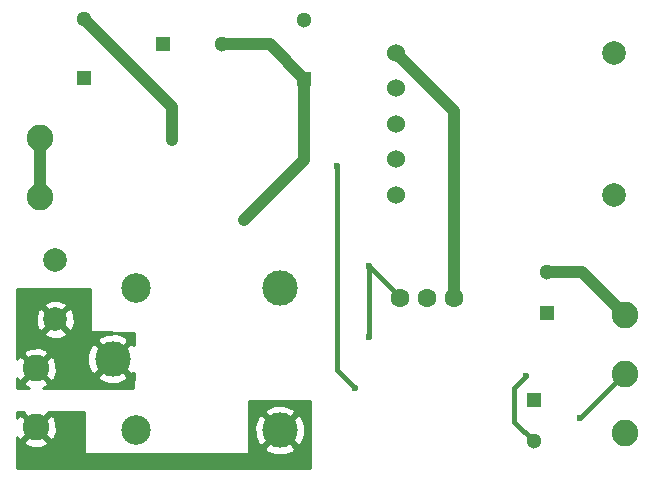
<source format=gbr>
G04 #@! TF.FileFunction,Copper,L1,Top,Signal*
%FSLAX46Y46*%
G04 Gerber Fmt 4.6, Leading zero omitted, Abs format (unit mm)*
G04 Created by KiCad (PCBNEW 201611132049+7352~55~ubuntu16.04.1-product) date Tue Nov 15 13:48:37 2016*
%MOMM*%
%LPD*%
G01*
G04 APERTURE LIST*
%ADD10C,0.100000*%
%ADD11C,1.300000*%
%ADD12R,1.300000X1.300000*%
%ADD13C,1.998980*%
%ADD14C,2.500000*%
%ADD15C,3.000000*%
%ADD16C,2.250000*%
%ADD17C,1.600000*%
%ADD18C,1.524000*%
%ADD19C,2.000000*%
%ADD20C,1.000000*%
%ADD21C,0.600000*%
%ADD22C,1.000000*%
%ADD23C,0.400000*%
%ADD24C,0.254000*%
G04 APERTURE END LIST*
D10*
D11*
X133096000Y-114102000D03*
D12*
X133096000Y-117602000D03*
D13*
X91440000Y-113157000D03*
X91440000Y-118158260D03*
D14*
X98247200Y-127531900D03*
D15*
X110447200Y-127531900D03*
X110497200Y-115481900D03*
D14*
X98247200Y-115531900D03*
D15*
X96297200Y-121481900D03*
D12*
X93853000Y-97710000D03*
D11*
X93853000Y-92710000D03*
D12*
X112522000Y-97790000D03*
D11*
X112522000Y-92790000D03*
X131953000Y-128468000D03*
D12*
X131953000Y-124968000D03*
D16*
X139700000Y-122809000D03*
X139700000Y-127812800D03*
X139700000Y-117805200D03*
D17*
X122936000Y-116332000D03*
X120661000Y-116357000D03*
X125211000Y-116332000D03*
D18*
X120269000Y-107607100D03*
X120269000Y-104584500D03*
X120269000Y-101587300D03*
X120269000Y-98564700D03*
X120269000Y-95567500D03*
D19*
X138785600Y-107581700D03*
X138760200Y-95567500D03*
D12*
X100537000Y-94869000D03*
D11*
X105537000Y-94869000D03*
D16*
X90170000Y-107823000D03*
X90170000Y-102819200D03*
X89789000Y-127304800D03*
X89789000Y-122301000D03*
D20*
X101346000Y-102997000D03*
D21*
X131318000Y-122936000D03*
D20*
X107442000Y-109728000D03*
D21*
X135890000Y-126492000D03*
X118046500Y-119634000D03*
X118046500Y-113665000D03*
X115316000Y-105156000D03*
X116840000Y-123952000D03*
D22*
X93853000Y-92710000D02*
X101346000Y-100203000D01*
X101346000Y-100203000D02*
X101346000Y-102997000D01*
X133096000Y-114102000D02*
X135996800Y-114102000D01*
X135996800Y-114102000D02*
X139700000Y-117805200D01*
D23*
X138709400Y-107505500D02*
X138785600Y-107581700D01*
X130302000Y-126817000D02*
X130302000Y-123952000D01*
X130302000Y-123952000D02*
X131318000Y-122936000D01*
X131953000Y-128468000D02*
X130302000Y-126817000D01*
D22*
X112522000Y-97790000D02*
X112522000Y-104648000D01*
X112522000Y-104648000D02*
X107442000Y-109728000D01*
X105537000Y-94869000D02*
X109601000Y-94869000D01*
X109601000Y-94869000D02*
X112522000Y-97790000D01*
D23*
X135890000Y-126492000D02*
X139573000Y-122809000D01*
X139573000Y-122809000D02*
X139700000Y-122809000D01*
D22*
X120661000Y-116357000D02*
X120661000Y-116279500D01*
D23*
X120661000Y-116279500D02*
X118046500Y-113665000D01*
X118046500Y-113665000D02*
X118046500Y-119634000D01*
D22*
X125211000Y-116332000D02*
X125211000Y-100509500D01*
X125211000Y-100509500D02*
X120269000Y-95567500D01*
D23*
X115316000Y-122428000D02*
X115316000Y-105156000D01*
X116840000Y-123952000D02*
X115316000Y-122428000D01*
D22*
X90170000Y-107823000D02*
X90170000Y-102819200D01*
D24*
G36*
X113030000Y-130739000D02*
X88209000Y-130739000D01*
X88209000Y-128547747D01*
X88725658Y-128547747D01*
X88839621Y-128827573D01*
X89494629Y-129074970D01*
X90194451Y-129052875D01*
X90738379Y-128827573D01*
X90852342Y-128547747D01*
X89789000Y-127484405D01*
X88725658Y-128547747D01*
X88209000Y-128547747D01*
X88209000Y-128116021D01*
X88266227Y-128254179D01*
X88546053Y-128368142D01*
X89609395Y-127304800D01*
X89968605Y-127304800D01*
X91031947Y-128368142D01*
X91311773Y-128254179D01*
X91559170Y-127599171D01*
X91537075Y-126899349D01*
X91311773Y-126355421D01*
X91031947Y-126241458D01*
X89968605Y-127304800D01*
X89609395Y-127304800D01*
X88546053Y-126241458D01*
X88266227Y-126355421D01*
X88209000Y-126506935D01*
X88209000Y-125984000D01*
X88757365Y-125984000D01*
X88725658Y-126061853D01*
X89789000Y-127125195D01*
X90852342Y-126061853D01*
X90820635Y-125984000D01*
X93853000Y-125984000D01*
X93853000Y-129413000D01*
X93862667Y-129461601D01*
X93890197Y-129502803D01*
X93931399Y-129530333D01*
X93980000Y-129540000D01*
X107696000Y-129540000D01*
X107744601Y-129530333D01*
X107785803Y-129502803D01*
X107813333Y-129461601D01*
X107823000Y-129413000D01*
X107823000Y-129045870D01*
X109112835Y-129045870D01*
X109272618Y-129364639D01*
X110063387Y-129674623D01*
X110912587Y-129658397D01*
X111621782Y-129364639D01*
X111781565Y-129045870D01*
X110447200Y-127711505D01*
X109112835Y-129045870D01*
X107823000Y-129045870D01*
X107823000Y-127148087D01*
X108304477Y-127148087D01*
X108320703Y-127997287D01*
X108614461Y-128706482D01*
X108933230Y-128866265D01*
X110267595Y-127531900D01*
X110626805Y-127531900D01*
X111961170Y-128866265D01*
X112279939Y-128706482D01*
X112589923Y-127915713D01*
X112573697Y-127066513D01*
X112279939Y-126357318D01*
X111961170Y-126197535D01*
X110626805Y-127531900D01*
X110267595Y-127531900D01*
X108933230Y-126197535D01*
X108614461Y-126357318D01*
X108304477Y-127148087D01*
X107823000Y-127148087D01*
X107823000Y-126017930D01*
X109112835Y-126017930D01*
X110447200Y-127352295D01*
X111781565Y-126017930D01*
X111621782Y-125699161D01*
X110831013Y-125389177D01*
X109981813Y-125405403D01*
X109272618Y-125699161D01*
X109112835Y-126017930D01*
X107823000Y-126017930D01*
X107823000Y-125095000D01*
X113030000Y-125095000D01*
X113030000Y-130739000D01*
X113030000Y-130739000D01*
G37*
X113030000Y-130739000D02*
X88209000Y-130739000D01*
X88209000Y-128547747D01*
X88725658Y-128547747D01*
X88839621Y-128827573D01*
X89494629Y-129074970D01*
X90194451Y-129052875D01*
X90738379Y-128827573D01*
X90852342Y-128547747D01*
X89789000Y-127484405D01*
X88725658Y-128547747D01*
X88209000Y-128547747D01*
X88209000Y-128116021D01*
X88266227Y-128254179D01*
X88546053Y-128368142D01*
X89609395Y-127304800D01*
X89968605Y-127304800D01*
X91031947Y-128368142D01*
X91311773Y-128254179D01*
X91559170Y-127599171D01*
X91537075Y-126899349D01*
X91311773Y-126355421D01*
X91031947Y-126241458D01*
X89968605Y-127304800D01*
X89609395Y-127304800D01*
X88546053Y-126241458D01*
X88266227Y-126355421D01*
X88209000Y-126506935D01*
X88209000Y-125984000D01*
X88757365Y-125984000D01*
X88725658Y-126061853D01*
X89789000Y-127125195D01*
X90852342Y-126061853D01*
X90820635Y-125984000D01*
X93853000Y-125984000D01*
X93853000Y-129413000D01*
X93862667Y-129461601D01*
X93890197Y-129502803D01*
X93931399Y-129530333D01*
X93980000Y-129540000D01*
X107696000Y-129540000D01*
X107744601Y-129530333D01*
X107785803Y-129502803D01*
X107813333Y-129461601D01*
X107823000Y-129413000D01*
X107823000Y-129045870D01*
X109112835Y-129045870D01*
X109272618Y-129364639D01*
X110063387Y-129674623D01*
X110912587Y-129658397D01*
X111621782Y-129364639D01*
X111781565Y-129045870D01*
X110447200Y-127711505D01*
X109112835Y-129045870D01*
X107823000Y-129045870D01*
X107823000Y-127148087D01*
X108304477Y-127148087D01*
X108320703Y-127997287D01*
X108614461Y-128706482D01*
X108933230Y-128866265D01*
X110267595Y-127531900D01*
X110626805Y-127531900D01*
X111961170Y-128866265D01*
X112279939Y-128706482D01*
X112589923Y-127915713D01*
X112573697Y-127066513D01*
X112279939Y-126357318D01*
X111961170Y-126197535D01*
X110626805Y-127531900D01*
X110267595Y-127531900D01*
X108933230Y-126197535D01*
X108614461Y-126357318D01*
X108304477Y-127148087D01*
X107823000Y-127148087D01*
X107823000Y-126017930D01*
X109112835Y-126017930D01*
X110447200Y-127352295D01*
X111781565Y-126017930D01*
X111621782Y-125699161D01*
X110831013Y-125389177D01*
X109981813Y-125405403D01*
X109272618Y-125699161D01*
X109112835Y-126017930D01*
X107823000Y-126017930D01*
X107823000Y-125095000D01*
X113030000Y-125095000D01*
X113030000Y-130739000D01*
G36*
X94360750Y-119126239D02*
X94370414Y-119174841D01*
X94397941Y-119216044D01*
X94439141Y-119243577D01*
X94485702Y-119253231D01*
X98103569Y-119311571D01*
X98095376Y-120289993D01*
X97811170Y-120147535D01*
X96476805Y-121481900D01*
X97811170Y-122816265D01*
X98075332Y-122683854D01*
X98064713Y-123952000D01*
X90428811Y-123952000D01*
X90738379Y-123823773D01*
X90852342Y-123543947D01*
X89789000Y-122480605D01*
X88725658Y-123543947D01*
X88839621Y-123823773D01*
X89179115Y-123952000D01*
X88209000Y-123952000D01*
X88209000Y-123112221D01*
X88266227Y-123250379D01*
X88546053Y-123364342D01*
X89609395Y-122301000D01*
X89968605Y-122301000D01*
X91031947Y-123364342D01*
X91311773Y-123250379D01*
X91407901Y-122995870D01*
X94962835Y-122995870D01*
X95122618Y-123314639D01*
X95913387Y-123624623D01*
X96762587Y-123608397D01*
X97471782Y-123314639D01*
X97631565Y-122995870D01*
X96297200Y-121661505D01*
X94962835Y-122995870D01*
X91407901Y-122995870D01*
X91559170Y-122595371D01*
X91537075Y-121895549D01*
X91311773Y-121351621D01*
X91031947Y-121237658D01*
X89968605Y-122301000D01*
X89609395Y-122301000D01*
X88546053Y-121237658D01*
X88266227Y-121351621D01*
X88209000Y-121503135D01*
X88209000Y-121058053D01*
X88725658Y-121058053D01*
X89789000Y-122121395D01*
X90812308Y-121098087D01*
X94154477Y-121098087D01*
X94170703Y-121947287D01*
X94464461Y-122656482D01*
X94783230Y-122816265D01*
X96117595Y-121481900D01*
X94783230Y-120147535D01*
X94464461Y-120307318D01*
X94154477Y-121098087D01*
X90812308Y-121098087D01*
X90852342Y-121058053D01*
X90738379Y-120778227D01*
X90083371Y-120530830D01*
X89383549Y-120552925D01*
X88839621Y-120778227D01*
X88725658Y-121058053D01*
X88209000Y-121058053D01*
X88209000Y-119967930D01*
X94962835Y-119967930D01*
X96297200Y-121302295D01*
X97631565Y-119967930D01*
X97471782Y-119649161D01*
X96681013Y-119339177D01*
X95831813Y-119355403D01*
X95122618Y-119649161D01*
X94962835Y-119967930D01*
X88209000Y-119967930D01*
X88209000Y-119310423D01*
X90467443Y-119310423D01*
X90566042Y-119577225D01*
X91175582Y-119803661D01*
X91825377Y-119779601D01*
X92313958Y-119577225D01*
X92412557Y-119310423D01*
X91440000Y-118337865D01*
X90467443Y-119310423D01*
X88209000Y-119310423D01*
X88209000Y-117893842D01*
X89794599Y-117893842D01*
X89818659Y-118543637D01*
X90021035Y-119032218D01*
X90287837Y-119130817D01*
X91260395Y-118158260D01*
X91619605Y-118158260D01*
X92592163Y-119130817D01*
X92858965Y-119032218D01*
X93085401Y-118422678D01*
X93061341Y-117772883D01*
X92858965Y-117284302D01*
X92592163Y-117185703D01*
X91619605Y-118158260D01*
X91260395Y-118158260D01*
X90287837Y-117185703D01*
X90021035Y-117284302D01*
X89794599Y-117893842D01*
X88209000Y-117893842D01*
X88209000Y-117006097D01*
X90467443Y-117006097D01*
X91440000Y-117978655D01*
X92412557Y-117006097D01*
X92313958Y-116739295D01*
X91704418Y-116512859D01*
X91054623Y-116536919D01*
X90566042Y-116739295D01*
X90467443Y-117006097D01*
X88209000Y-117006097D01*
X88209000Y-115570000D01*
X94360991Y-115570000D01*
X94360750Y-119126239D01*
X94360750Y-119126239D01*
G37*
X94360750Y-119126239D02*
X94370414Y-119174841D01*
X94397941Y-119216044D01*
X94439141Y-119243577D01*
X94485702Y-119253231D01*
X98103569Y-119311571D01*
X98095376Y-120289993D01*
X97811170Y-120147535D01*
X96476805Y-121481900D01*
X97811170Y-122816265D01*
X98075332Y-122683854D01*
X98064713Y-123952000D01*
X90428811Y-123952000D01*
X90738379Y-123823773D01*
X90852342Y-123543947D01*
X89789000Y-122480605D01*
X88725658Y-123543947D01*
X88839621Y-123823773D01*
X89179115Y-123952000D01*
X88209000Y-123952000D01*
X88209000Y-123112221D01*
X88266227Y-123250379D01*
X88546053Y-123364342D01*
X89609395Y-122301000D01*
X89968605Y-122301000D01*
X91031947Y-123364342D01*
X91311773Y-123250379D01*
X91407901Y-122995870D01*
X94962835Y-122995870D01*
X95122618Y-123314639D01*
X95913387Y-123624623D01*
X96762587Y-123608397D01*
X97471782Y-123314639D01*
X97631565Y-122995870D01*
X96297200Y-121661505D01*
X94962835Y-122995870D01*
X91407901Y-122995870D01*
X91559170Y-122595371D01*
X91537075Y-121895549D01*
X91311773Y-121351621D01*
X91031947Y-121237658D01*
X89968605Y-122301000D01*
X89609395Y-122301000D01*
X88546053Y-121237658D01*
X88266227Y-121351621D01*
X88209000Y-121503135D01*
X88209000Y-121058053D01*
X88725658Y-121058053D01*
X89789000Y-122121395D01*
X90812308Y-121098087D01*
X94154477Y-121098087D01*
X94170703Y-121947287D01*
X94464461Y-122656482D01*
X94783230Y-122816265D01*
X96117595Y-121481900D01*
X94783230Y-120147535D01*
X94464461Y-120307318D01*
X94154477Y-121098087D01*
X90812308Y-121098087D01*
X90852342Y-121058053D01*
X90738379Y-120778227D01*
X90083371Y-120530830D01*
X89383549Y-120552925D01*
X88839621Y-120778227D01*
X88725658Y-121058053D01*
X88209000Y-121058053D01*
X88209000Y-119967930D01*
X94962835Y-119967930D01*
X96297200Y-121302295D01*
X97631565Y-119967930D01*
X97471782Y-119649161D01*
X96681013Y-119339177D01*
X95831813Y-119355403D01*
X95122618Y-119649161D01*
X94962835Y-119967930D01*
X88209000Y-119967930D01*
X88209000Y-119310423D01*
X90467443Y-119310423D01*
X90566042Y-119577225D01*
X91175582Y-119803661D01*
X91825377Y-119779601D01*
X92313958Y-119577225D01*
X92412557Y-119310423D01*
X91440000Y-118337865D01*
X90467443Y-119310423D01*
X88209000Y-119310423D01*
X88209000Y-117893842D01*
X89794599Y-117893842D01*
X89818659Y-118543637D01*
X90021035Y-119032218D01*
X90287837Y-119130817D01*
X91260395Y-118158260D01*
X91619605Y-118158260D01*
X92592163Y-119130817D01*
X92858965Y-119032218D01*
X93085401Y-118422678D01*
X93061341Y-117772883D01*
X92858965Y-117284302D01*
X92592163Y-117185703D01*
X91619605Y-118158260D01*
X91260395Y-118158260D01*
X90287837Y-117185703D01*
X90021035Y-117284302D01*
X89794599Y-117893842D01*
X88209000Y-117893842D01*
X88209000Y-117006097D01*
X90467443Y-117006097D01*
X91440000Y-117978655D01*
X92412557Y-117006097D01*
X92313958Y-116739295D01*
X91704418Y-116512859D01*
X91054623Y-116536919D01*
X90566042Y-116739295D01*
X90467443Y-117006097D01*
X88209000Y-117006097D01*
X88209000Y-115570000D01*
X94360991Y-115570000D01*
X94360750Y-119126239D01*
M02*

</source>
